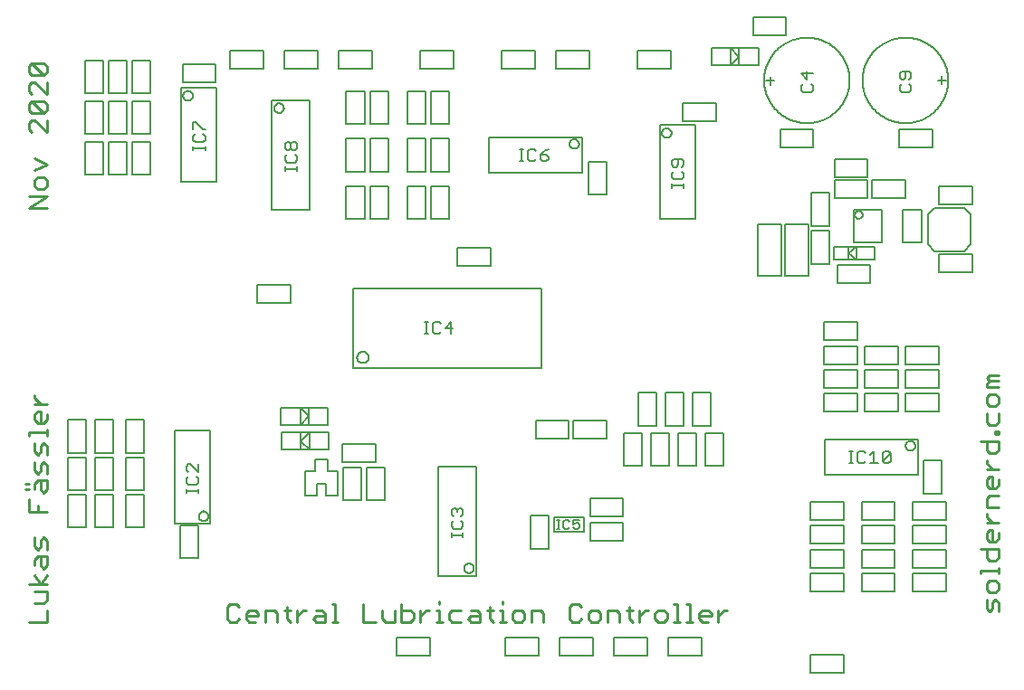
<source format=gto>
G75*
%MOIN*%
%OFA0B0*%
%FSLAX25Y25*%
%IPPOS*%
%LPD*%
%AMOC8*
5,1,8,0,0,1.08239X$1,22.5*
%
%ADD10C,0.01000*%
%ADD11C,0.00591*%
%ADD12C,0.00600*%
%ADD13C,0.00500*%
%ADD14C,0.00700*%
D10*
X0036849Y0078173D02*
X0043454Y0078173D01*
X0043454Y0082577D01*
X0042353Y0085171D02*
X0043454Y0086272D01*
X0043454Y0089575D01*
X0039050Y0089575D01*
X0036849Y0092169D02*
X0043454Y0092169D01*
X0041252Y0092169D02*
X0039050Y0095472D01*
X0039050Y0099102D02*
X0039050Y0101304D01*
X0040151Y0102405D01*
X0043454Y0102405D01*
X0043454Y0099102D01*
X0042353Y0098001D01*
X0041252Y0099102D01*
X0041252Y0102405D01*
X0040151Y0104999D02*
X0039050Y0106100D01*
X0039050Y0109403D01*
X0041252Y0108302D02*
X0042353Y0109403D01*
X0043454Y0108302D01*
X0043454Y0104999D01*
X0041252Y0106100D02*
X0040151Y0104999D01*
X0041252Y0106100D02*
X0041252Y0108302D01*
X0040151Y0118995D02*
X0040151Y0121197D01*
X0036849Y0118995D02*
X0036849Y0123398D01*
X0036849Y0127094D02*
X0035748Y0127094D01*
X0035748Y0129296D02*
X0036849Y0129296D01*
X0039050Y0129296D02*
X0040151Y0130396D01*
X0043454Y0130396D01*
X0043454Y0127094D01*
X0042353Y0125993D01*
X0041252Y0127094D01*
X0041252Y0130396D01*
X0039050Y0129296D02*
X0039050Y0127094D01*
X0040151Y0132991D02*
X0039050Y0134092D01*
X0039050Y0137394D01*
X0041252Y0136293D02*
X0041252Y0134092D01*
X0040151Y0132991D01*
X0043454Y0132991D02*
X0043454Y0136293D01*
X0042353Y0137394D01*
X0041252Y0136293D01*
X0040151Y0139989D02*
X0039050Y0141090D01*
X0039050Y0144392D01*
X0041252Y0143291D02*
X0041252Y0141090D01*
X0040151Y0139989D01*
X0043454Y0139989D02*
X0043454Y0143291D01*
X0042353Y0144392D01*
X0041252Y0143291D01*
X0043454Y0146987D02*
X0043454Y0149188D01*
X0043454Y0148088D02*
X0036849Y0148088D01*
X0036849Y0146987D01*
X0040151Y0151652D02*
X0039050Y0152753D01*
X0039050Y0154955D01*
X0040151Y0156056D01*
X0041252Y0156056D01*
X0041252Y0151652D01*
X0042353Y0151652D02*
X0040151Y0151652D01*
X0042353Y0151652D02*
X0043454Y0152753D01*
X0043454Y0154955D01*
X0043454Y0158650D02*
X0039050Y0158650D01*
X0039050Y0160852D02*
X0039050Y0161953D01*
X0039050Y0160852D02*
X0041252Y0158650D01*
X0043454Y0118995D02*
X0036849Y0118995D01*
X0043454Y0095472D02*
X0041252Y0092169D01*
X0042353Y0085171D02*
X0039050Y0085171D01*
X0109947Y0083815D02*
X0109947Y0079411D01*
X0111048Y0078310D01*
X0113250Y0078310D01*
X0114351Y0079411D01*
X0116945Y0079411D02*
X0116945Y0081613D01*
X0118046Y0082714D01*
X0120248Y0082714D01*
X0121349Y0081613D01*
X0121349Y0080512D01*
X0116945Y0080512D01*
X0116945Y0079411D02*
X0118046Y0078310D01*
X0120248Y0078310D01*
X0123943Y0078310D02*
X0123943Y0082714D01*
X0127246Y0082714D01*
X0128347Y0081613D01*
X0128347Y0078310D01*
X0132042Y0079411D02*
X0132042Y0083815D01*
X0130941Y0082714D02*
X0133143Y0082714D01*
X0135606Y0082714D02*
X0135606Y0078310D01*
X0135606Y0080512D02*
X0137808Y0082714D01*
X0138909Y0082714D01*
X0142539Y0082714D02*
X0144741Y0082714D01*
X0145842Y0081613D01*
X0145842Y0078310D01*
X0142539Y0078310D01*
X0141438Y0079411D01*
X0142539Y0080512D01*
X0145842Y0080512D01*
X0148436Y0078310D02*
X0150638Y0078310D01*
X0149537Y0078310D02*
X0149537Y0084916D01*
X0148436Y0084916D01*
X0160099Y0084916D02*
X0160099Y0078310D01*
X0164503Y0078310D01*
X0167097Y0079411D02*
X0168198Y0078310D01*
X0171501Y0078310D01*
X0171501Y0082714D01*
X0174095Y0082714D02*
X0177398Y0082714D01*
X0178499Y0081613D01*
X0178499Y0079411D01*
X0177398Y0078310D01*
X0174095Y0078310D01*
X0174095Y0084916D01*
X0181093Y0082714D02*
X0181093Y0078310D01*
X0181093Y0080512D02*
X0183295Y0082714D01*
X0184396Y0082714D01*
X0186925Y0082714D02*
X0188026Y0082714D01*
X0188026Y0078310D01*
X0189126Y0078310D02*
X0186925Y0078310D01*
X0191590Y0079411D02*
X0191590Y0081613D01*
X0192691Y0082714D01*
X0195994Y0082714D01*
X0199689Y0082714D02*
X0201891Y0082714D01*
X0202992Y0081613D01*
X0202992Y0078310D01*
X0199689Y0078310D01*
X0198588Y0079411D01*
X0199689Y0080512D01*
X0202992Y0080512D01*
X0205586Y0082714D02*
X0207788Y0082714D01*
X0206687Y0083815D02*
X0206687Y0079411D01*
X0207788Y0078310D01*
X0210251Y0078310D02*
X0212453Y0078310D01*
X0211352Y0078310D02*
X0211352Y0082714D01*
X0210251Y0082714D01*
X0211352Y0084916D02*
X0211352Y0086017D01*
X0214916Y0081613D02*
X0214916Y0079411D01*
X0216017Y0078310D01*
X0218219Y0078310D01*
X0219320Y0079411D01*
X0219320Y0081613D01*
X0218219Y0082714D01*
X0216017Y0082714D01*
X0214916Y0081613D01*
X0221914Y0082714D02*
X0221914Y0078310D01*
X0221914Y0082714D02*
X0225217Y0082714D01*
X0226318Y0081613D01*
X0226318Y0078310D01*
X0235910Y0079411D02*
X0237011Y0078310D01*
X0239213Y0078310D01*
X0240314Y0079411D01*
X0242908Y0079411D02*
X0242908Y0081613D01*
X0244009Y0082714D01*
X0246211Y0082714D01*
X0247312Y0081613D01*
X0247312Y0079411D01*
X0246211Y0078310D01*
X0244009Y0078310D01*
X0242908Y0079411D01*
X0240314Y0083815D02*
X0239213Y0084916D01*
X0237011Y0084916D01*
X0235910Y0083815D01*
X0235910Y0079411D01*
X0249906Y0078310D02*
X0249906Y0082714D01*
X0253209Y0082714D01*
X0254310Y0081613D01*
X0254310Y0078310D01*
X0258005Y0079411D02*
X0258005Y0083815D01*
X0256904Y0082714D02*
X0259106Y0082714D01*
X0261570Y0082714D02*
X0261570Y0078310D01*
X0261570Y0080512D02*
X0263771Y0082714D01*
X0264872Y0082714D01*
X0267401Y0081613D02*
X0267401Y0079411D01*
X0268502Y0078310D01*
X0270704Y0078310D01*
X0271805Y0079411D01*
X0271805Y0081613D01*
X0270704Y0082714D01*
X0268502Y0082714D01*
X0267401Y0081613D01*
X0259106Y0078310D02*
X0258005Y0079411D01*
X0274399Y0078310D02*
X0276601Y0078310D01*
X0275500Y0078310D02*
X0275500Y0084916D01*
X0274399Y0084916D01*
X0279065Y0084916D02*
X0280165Y0084916D01*
X0280165Y0078310D01*
X0279065Y0078310D02*
X0281266Y0078310D01*
X0283730Y0079411D02*
X0283730Y0081613D01*
X0284831Y0082714D01*
X0287033Y0082714D01*
X0288134Y0081613D01*
X0288134Y0080512D01*
X0283730Y0080512D01*
X0283730Y0079411D02*
X0284831Y0078310D01*
X0287033Y0078310D01*
X0290728Y0078310D02*
X0290728Y0082714D01*
X0292930Y0082714D02*
X0294031Y0082714D01*
X0292930Y0082714D02*
X0290728Y0080512D01*
X0195994Y0078310D02*
X0192691Y0078310D01*
X0191590Y0079411D01*
X0188026Y0084916D02*
X0188026Y0086017D01*
X0167097Y0082714D02*
X0167097Y0079411D01*
X0133143Y0078310D02*
X0132042Y0079411D01*
X0114351Y0083815D02*
X0113250Y0084916D01*
X0111048Y0084916D01*
X0109947Y0083815D01*
X0043454Y0230851D02*
X0036849Y0230851D01*
X0043454Y0235255D01*
X0036849Y0235255D01*
X0040151Y0237849D02*
X0042353Y0237849D01*
X0043454Y0238950D01*
X0043454Y0241152D01*
X0042353Y0242253D01*
X0040151Y0242253D01*
X0039050Y0241152D01*
X0039050Y0238950D01*
X0040151Y0237849D01*
X0039050Y0244847D02*
X0043454Y0247049D01*
X0039050Y0249250D01*
X0037950Y0258843D02*
X0036849Y0259944D01*
X0036849Y0262145D01*
X0037950Y0263246D01*
X0039050Y0263246D01*
X0043454Y0258843D01*
X0043454Y0263246D01*
X0042353Y0265841D02*
X0037950Y0270244D01*
X0042353Y0270244D01*
X0043454Y0269143D01*
X0043454Y0266942D01*
X0042353Y0265841D01*
X0037950Y0265841D01*
X0036849Y0266942D01*
X0036849Y0269143D01*
X0037950Y0270244D01*
X0037950Y0272839D02*
X0036849Y0273940D01*
X0036849Y0276141D01*
X0037950Y0277242D01*
X0039050Y0277242D01*
X0043454Y0272839D01*
X0043454Y0277242D01*
X0042353Y0279837D02*
X0037950Y0284240D01*
X0042353Y0284240D01*
X0043454Y0283139D01*
X0043454Y0280938D01*
X0042353Y0279837D01*
X0037950Y0279837D01*
X0036849Y0280938D01*
X0036849Y0283139D01*
X0037950Y0284240D01*
X0387242Y0144830D02*
X0393848Y0144830D01*
X0393848Y0141528D01*
X0392747Y0140427D01*
X0390545Y0140427D01*
X0389444Y0141528D01*
X0389444Y0144830D01*
X0392747Y0147425D02*
X0392747Y0148526D01*
X0393848Y0148526D01*
X0393848Y0147425D01*
X0392747Y0147425D01*
X0392747Y0150924D02*
X0393848Y0152025D01*
X0393848Y0155327D01*
X0392747Y0157922D02*
X0393848Y0159023D01*
X0393848Y0161224D01*
X0392747Y0162325D01*
X0390545Y0162325D01*
X0389444Y0161224D01*
X0389444Y0159023D01*
X0390545Y0157922D01*
X0392747Y0157922D01*
X0389444Y0155327D02*
X0389444Y0152025D01*
X0390545Y0150924D01*
X0392747Y0150924D01*
X0389444Y0137898D02*
X0389444Y0136797D01*
X0391646Y0134595D01*
X0393848Y0134595D02*
X0389444Y0134595D01*
X0390545Y0132001D02*
X0391646Y0132001D01*
X0391646Y0127597D01*
X0390545Y0127597D02*
X0389444Y0128698D01*
X0389444Y0130900D01*
X0390545Y0132001D01*
X0393848Y0130900D02*
X0393848Y0128698D01*
X0392747Y0127597D01*
X0390545Y0127597D01*
X0390545Y0125003D02*
X0393848Y0125003D01*
X0390545Y0125003D02*
X0389444Y0123902D01*
X0389444Y0120599D01*
X0393848Y0120599D01*
X0389444Y0118070D02*
X0389444Y0116969D01*
X0391646Y0114767D01*
X0393848Y0114767D02*
X0389444Y0114767D01*
X0390545Y0112173D02*
X0391646Y0112173D01*
X0391646Y0107769D01*
X0390545Y0107769D02*
X0389444Y0108870D01*
X0389444Y0111072D01*
X0390545Y0112173D01*
X0393848Y0111072D02*
X0393848Y0108870D01*
X0392747Y0107769D01*
X0390545Y0107769D01*
X0389444Y0105175D02*
X0389444Y0101872D01*
X0390545Y0100771D01*
X0392747Y0100771D01*
X0393848Y0101872D01*
X0393848Y0105175D01*
X0387242Y0105175D01*
X0387242Y0097207D02*
X0393848Y0097207D01*
X0393848Y0096106D02*
X0393848Y0098308D01*
X0392747Y0093512D02*
X0390545Y0093512D01*
X0389444Y0092411D01*
X0389444Y0090209D01*
X0390545Y0089108D01*
X0392747Y0089108D01*
X0393848Y0090209D01*
X0393848Y0092411D01*
X0392747Y0093512D01*
X0387242Y0096106D02*
X0387242Y0097207D01*
X0389444Y0086514D02*
X0389444Y0083211D01*
X0390545Y0082110D01*
X0391646Y0083211D01*
X0391646Y0085413D01*
X0392747Y0086514D01*
X0393848Y0085413D01*
X0393848Y0082110D01*
X0393848Y0164920D02*
X0389444Y0164920D01*
X0389444Y0166020D01*
X0390545Y0167121D01*
X0389444Y0168222D01*
X0390545Y0169323D01*
X0393848Y0169323D01*
X0393848Y0167121D02*
X0390545Y0167121D01*
D11*
X0371946Y0164583D02*
X0371946Y0171276D01*
X0359741Y0171276D01*
X0359741Y0164583D01*
X0371946Y0164583D01*
X0371946Y0162526D02*
X0371946Y0155833D01*
X0359741Y0155833D01*
X0359741Y0162526D01*
X0371946Y0162526D01*
X0371946Y0173333D02*
X0359741Y0173333D01*
X0359741Y0180026D01*
X0371946Y0180026D01*
X0371946Y0173333D01*
X0356946Y0173333D02*
X0356946Y0180026D01*
X0344741Y0180026D01*
X0344741Y0173333D01*
X0356946Y0173333D01*
X0356946Y0171276D02*
X0356946Y0164583D01*
X0344741Y0164583D01*
X0344741Y0171276D01*
X0356946Y0171276D01*
X0356946Y0162526D02*
X0344741Y0162526D01*
X0344741Y0155833D01*
X0356946Y0155833D01*
X0356946Y0162526D01*
X0341946Y0162526D02*
X0341946Y0155833D01*
X0329741Y0155833D01*
X0329741Y0162526D01*
X0341946Y0162526D01*
X0341946Y0164583D02*
X0341946Y0171276D01*
X0329741Y0171276D01*
X0329741Y0164583D01*
X0341946Y0164583D01*
X0341946Y0173333D02*
X0329741Y0173333D01*
X0329741Y0180026D01*
X0341946Y0180026D01*
X0341946Y0173333D01*
X0341946Y0182083D02*
X0341946Y0188776D01*
X0329741Y0188776D01*
X0329741Y0182083D01*
X0341946Y0182083D01*
X0346690Y0203362D02*
X0334485Y0203362D01*
X0334485Y0210055D01*
X0346690Y0210055D01*
X0346690Y0203362D01*
X0348323Y0211817D02*
X0341631Y0211817D01*
X0338481Y0214179D01*
X0341631Y0216541D01*
X0341631Y0211817D01*
X0338481Y0211817D01*
X0338481Y0216541D01*
X0341631Y0216541D01*
X0348323Y0216541D01*
X0348323Y0211817D01*
X0350961Y0218274D02*
X0350961Y0230085D01*
X0340725Y0230085D01*
X0340725Y0218274D01*
X0350961Y0218274D01*
X0358747Y0218077D02*
X0365440Y0218077D01*
X0365440Y0230281D01*
X0358747Y0230281D01*
X0358747Y0218077D01*
X0371985Y0213805D02*
X0371985Y0207112D01*
X0384190Y0207112D01*
X0384190Y0213805D01*
X0371985Y0213805D01*
X0371985Y0232112D02*
X0371985Y0238805D01*
X0384190Y0238805D01*
X0384190Y0232112D01*
X0371985Y0232112D01*
X0359446Y0234583D02*
X0359446Y0241276D01*
X0347241Y0241276D01*
X0347241Y0234583D01*
X0359446Y0234583D01*
X0345696Y0234583D02*
X0345696Y0241276D01*
X0333491Y0241276D01*
X0333491Y0234583D01*
X0345696Y0234583D01*
X0341004Y0228423D02*
X0341006Y0228498D01*
X0341012Y0228572D01*
X0341022Y0228646D01*
X0341035Y0228719D01*
X0341053Y0228792D01*
X0341074Y0228863D01*
X0341099Y0228934D01*
X0341128Y0229003D01*
X0341161Y0229070D01*
X0341197Y0229135D01*
X0341236Y0229199D01*
X0341278Y0229260D01*
X0341324Y0229319D01*
X0341373Y0229376D01*
X0341425Y0229429D01*
X0341479Y0229480D01*
X0341536Y0229529D01*
X0341596Y0229573D01*
X0341658Y0229615D01*
X0341722Y0229654D01*
X0341788Y0229689D01*
X0341855Y0229720D01*
X0341925Y0229748D01*
X0341995Y0229772D01*
X0342067Y0229793D01*
X0342140Y0229809D01*
X0342213Y0229822D01*
X0342288Y0229831D01*
X0342362Y0229836D01*
X0342437Y0229837D01*
X0342511Y0229834D01*
X0342586Y0229827D01*
X0342659Y0229816D01*
X0342733Y0229802D01*
X0342805Y0229783D01*
X0342876Y0229761D01*
X0342946Y0229735D01*
X0343015Y0229705D01*
X0343081Y0229672D01*
X0343146Y0229635D01*
X0343209Y0229595D01*
X0343270Y0229551D01*
X0343328Y0229505D01*
X0343384Y0229455D01*
X0343437Y0229403D01*
X0343488Y0229348D01*
X0343535Y0229290D01*
X0343579Y0229230D01*
X0343620Y0229167D01*
X0343658Y0229103D01*
X0343692Y0229037D01*
X0343723Y0228968D01*
X0343750Y0228899D01*
X0343773Y0228828D01*
X0343792Y0228756D01*
X0343808Y0228683D01*
X0343820Y0228609D01*
X0343828Y0228535D01*
X0343832Y0228460D01*
X0343832Y0228386D01*
X0343828Y0228311D01*
X0343820Y0228237D01*
X0343808Y0228163D01*
X0343792Y0228090D01*
X0343773Y0228018D01*
X0343750Y0227947D01*
X0343723Y0227878D01*
X0343692Y0227809D01*
X0343658Y0227743D01*
X0343620Y0227679D01*
X0343579Y0227616D01*
X0343535Y0227556D01*
X0343488Y0227498D01*
X0343437Y0227443D01*
X0343384Y0227391D01*
X0343328Y0227341D01*
X0343270Y0227295D01*
X0343209Y0227251D01*
X0343146Y0227211D01*
X0343081Y0227174D01*
X0343015Y0227141D01*
X0342946Y0227111D01*
X0342876Y0227085D01*
X0342805Y0227063D01*
X0342733Y0227044D01*
X0342659Y0227030D01*
X0342586Y0227019D01*
X0342511Y0227012D01*
X0342437Y0227009D01*
X0342362Y0227010D01*
X0342288Y0227015D01*
X0342213Y0227024D01*
X0342140Y0227037D01*
X0342067Y0227053D01*
X0341995Y0227074D01*
X0341925Y0227098D01*
X0341855Y0227126D01*
X0341788Y0227157D01*
X0341722Y0227192D01*
X0341658Y0227231D01*
X0341596Y0227273D01*
X0341536Y0227317D01*
X0341479Y0227366D01*
X0341425Y0227417D01*
X0341373Y0227470D01*
X0341324Y0227527D01*
X0341278Y0227586D01*
X0341236Y0227647D01*
X0341197Y0227711D01*
X0341161Y0227776D01*
X0341128Y0227843D01*
X0341099Y0227912D01*
X0341074Y0227983D01*
X0341053Y0228054D01*
X0341035Y0228127D01*
X0341022Y0228200D01*
X0341012Y0228274D01*
X0341006Y0228348D01*
X0341004Y0228423D01*
X0331690Y0224327D02*
X0331690Y0236531D01*
X0324997Y0236531D01*
X0324997Y0224327D01*
X0331690Y0224327D01*
X0331660Y0222526D02*
X0324967Y0222526D01*
X0324967Y0210321D01*
X0331660Y0210321D01*
X0331660Y0222526D01*
X0323924Y0224878D02*
X0315262Y0224878D01*
X0315262Y0205980D01*
X0323924Y0205980D01*
X0323924Y0224878D01*
X0333363Y0216541D02*
X0333363Y0211817D01*
X0338481Y0211817D01*
X0338481Y0216541D02*
X0333363Y0216541D01*
X0313924Y0224878D02*
X0313924Y0205980D01*
X0305262Y0205980D01*
X0305262Y0224878D01*
X0313924Y0224878D01*
X0333491Y0242083D02*
X0345696Y0242083D01*
X0345696Y0248776D01*
X0333491Y0248776D01*
X0333491Y0242083D01*
X0325696Y0253333D02*
X0325696Y0260026D01*
X0313491Y0260026D01*
X0313491Y0253333D01*
X0325696Y0253333D01*
X0307595Y0277929D02*
X0307600Y0278315D01*
X0307614Y0278702D01*
X0307638Y0279087D01*
X0307671Y0279473D01*
X0307713Y0279857D01*
X0307765Y0280240D01*
X0307827Y0280621D01*
X0307898Y0281001D01*
X0307978Y0281379D01*
X0308067Y0281755D01*
X0308165Y0282129D01*
X0308273Y0282500D01*
X0308390Y0282869D01*
X0308516Y0283234D01*
X0308650Y0283597D01*
X0308794Y0283955D01*
X0308946Y0284311D01*
X0309107Y0284662D01*
X0309277Y0285009D01*
X0309455Y0285353D01*
X0309641Y0285691D01*
X0309835Y0286025D01*
X0310038Y0286354D01*
X0310249Y0286678D01*
X0310468Y0286997D01*
X0310694Y0287310D01*
X0310928Y0287618D01*
X0311170Y0287919D01*
X0311418Y0288215D01*
X0311675Y0288505D01*
X0311938Y0288788D01*
X0312207Y0289065D01*
X0312484Y0289334D01*
X0312767Y0289597D01*
X0313057Y0289854D01*
X0313353Y0290102D01*
X0313654Y0290344D01*
X0313962Y0290578D01*
X0314275Y0290804D01*
X0314594Y0291023D01*
X0314918Y0291234D01*
X0315247Y0291437D01*
X0315581Y0291631D01*
X0315919Y0291817D01*
X0316263Y0291995D01*
X0316610Y0292165D01*
X0316961Y0292326D01*
X0317317Y0292478D01*
X0317675Y0292622D01*
X0318038Y0292756D01*
X0318403Y0292882D01*
X0318772Y0292999D01*
X0319143Y0293107D01*
X0319517Y0293205D01*
X0319893Y0293294D01*
X0320271Y0293374D01*
X0320651Y0293445D01*
X0321032Y0293507D01*
X0321415Y0293559D01*
X0321799Y0293601D01*
X0322185Y0293634D01*
X0322570Y0293658D01*
X0322957Y0293672D01*
X0323343Y0293677D01*
X0323729Y0293672D01*
X0324116Y0293658D01*
X0324501Y0293634D01*
X0324887Y0293601D01*
X0325271Y0293559D01*
X0325654Y0293507D01*
X0326035Y0293445D01*
X0326415Y0293374D01*
X0326793Y0293294D01*
X0327169Y0293205D01*
X0327543Y0293107D01*
X0327914Y0292999D01*
X0328283Y0292882D01*
X0328648Y0292756D01*
X0329011Y0292622D01*
X0329369Y0292478D01*
X0329725Y0292326D01*
X0330076Y0292165D01*
X0330423Y0291995D01*
X0330767Y0291817D01*
X0331105Y0291631D01*
X0331439Y0291437D01*
X0331768Y0291234D01*
X0332092Y0291023D01*
X0332411Y0290804D01*
X0332724Y0290578D01*
X0333032Y0290344D01*
X0333333Y0290102D01*
X0333629Y0289854D01*
X0333919Y0289597D01*
X0334202Y0289334D01*
X0334479Y0289065D01*
X0334748Y0288788D01*
X0335011Y0288505D01*
X0335268Y0288215D01*
X0335516Y0287919D01*
X0335758Y0287618D01*
X0335992Y0287310D01*
X0336218Y0286997D01*
X0336437Y0286678D01*
X0336648Y0286354D01*
X0336851Y0286025D01*
X0337045Y0285691D01*
X0337231Y0285353D01*
X0337409Y0285009D01*
X0337579Y0284662D01*
X0337740Y0284311D01*
X0337892Y0283955D01*
X0338036Y0283597D01*
X0338170Y0283234D01*
X0338296Y0282869D01*
X0338413Y0282500D01*
X0338521Y0282129D01*
X0338619Y0281755D01*
X0338708Y0281379D01*
X0338788Y0281001D01*
X0338859Y0280621D01*
X0338921Y0280240D01*
X0338973Y0279857D01*
X0339015Y0279473D01*
X0339048Y0279087D01*
X0339072Y0278702D01*
X0339086Y0278315D01*
X0339091Y0277929D01*
X0339086Y0277543D01*
X0339072Y0277156D01*
X0339048Y0276771D01*
X0339015Y0276385D01*
X0338973Y0276001D01*
X0338921Y0275618D01*
X0338859Y0275237D01*
X0338788Y0274857D01*
X0338708Y0274479D01*
X0338619Y0274103D01*
X0338521Y0273729D01*
X0338413Y0273358D01*
X0338296Y0272989D01*
X0338170Y0272624D01*
X0338036Y0272261D01*
X0337892Y0271903D01*
X0337740Y0271547D01*
X0337579Y0271196D01*
X0337409Y0270849D01*
X0337231Y0270505D01*
X0337045Y0270167D01*
X0336851Y0269833D01*
X0336648Y0269504D01*
X0336437Y0269180D01*
X0336218Y0268861D01*
X0335992Y0268548D01*
X0335758Y0268240D01*
X0335516Y0267939D01*
X0335268Y0267643D01*
X0335011Y0267353D01*
X0334748Y0267070D01*
X0334479Y0266793D01*
X0334202Y0266524D01*
X0333919Y0266261D01*
X0333629Y0266004D01*
X0333333Y0265756D01*
X0333032Y0265514D01*
X0332724Y0265280D01*
X0332411Y0265054D01*
X0332092Y0264835D01*
X0331768Y0264624D01*
X0331439Y0264421D01*
X0331105Y0264227D01*
X0330767Y0264041D01*
X0330423Y0263863D01*
X0330076Y0263693D01*
X0329725Y0263532D01*
X0329369Y0263380D01*
X0329011Y0263236D01*
X0328648Y0263102D01*
X0328283Y0262976D01*
X0327914Y0262859D01*
X0327543Y0262751D01*
X0327169Y0262653D01*
X0326793Y0262564D01*
X0326415Y0262484D01*
X0326035Y0262413D01*
X0325654Y0262351D01*
X0325271Y0262299D01*
X0324887Y0262257D01*
X0324501Y0262224D01*
X0324116Y0262200D01*
X0323729Y0262186D01*
X0323343Y0262181D01*
X0322957Y0262186D01*
X0322570Y0262200D01*
X0322185Y0262224D01*
X0321799Y0262257D01*
X0321415Y0262299D01*
X0321032Y0262351D01*
X0320651Y0262413D01*
X0320271Y0262484D01*
X0319893Y0262564D01*
X0319517Y0262653D01*
X0319143Y0262751D01*
X0318772Y0262859D01*
X0318403Y0262976D01*
X0318038Y0263102D01*
X0317675Y0263236D01*
X0317317Y0263380D01*
X0316961Y0263532D01*
X0316610Y0263693D01*
X0316263Y0263863D01*
X0315919Y0264041D01*
X0315581Y0264227D01*
X0315247Y0264421D01*
X0314918Y0264624D01*
X0314594Y0264835D01*
X0314275Y0265054D01*
X0313962Y0265280D01*
X0313654Y0265514D01*
X0313353Y0265756D01*
X0313057Y0266004D01*
X0312767Y0266261D01*
X0312484Y0266524D01*
X0312207Y0266793D01*
X0311938Y0267070D01*
X0311675Y0267353D01*
X0311418Y0267643D01*
X0311170Y0267939D01*
X0310928Y0268240D01*
X0310694Y0268548D01*
X0310468Y0268861D01*
X0310249Y0269180D01*
X0310038Y0269504D01*
X0309835Y0269833D01*
X0309641Y0270167D01*
X0309455Y0270505D01*
X0309277Y0270849D01*
X0309107Y0271196D01*
X0308946Y0271547D01*
X0308794Y0271903D01*
X0308650Y0272261D01*
X0308516Y0272624D01*
X0308390Y0272989D01*
X0308273Y0273358D01*
X0308165Y0273729D01*
X0308067Y0274103D01*
X0307978Y0274479D01*
X0307898Y0274857D01*
X0307827Y0275237D01*
X0307765Y0275618D01*
X0307713Y0276001D01*
X0307671Y0276385D01*
X0307638Y0276771D01*
X0307614Y0277156D01*
X0307600Y0277543D01*
X0307595Y0277929D01*
X0308418Y0277811D02*
X0311418Y0277811D01*
X0309918Y0279311D02*
X0309918Y0276311D01*
X0305499Y0283559D02*
X0298412Y0283559D01*
X0298412Y0286709D01*
X0295262Y0283559D01*
X0295262Y0289858D01*
X0298412Y0286709D01*
X0298412Y0289858D01*
X0305499Y0289858D01*
X0305499Y0283559D01*
X0298412Y0283559D02*
X0295262Y0283559D01*
X0288176Y0283559D01*
X0288176Y0289858D01*
X0295262Y0289858D01*
X0298412Y0289858D01*
X0303491Y0294583D02*
X0303491Y0301276D01*
X0315696Y0301276D01*
X0315696Y0294583D01*
X0303491Y0294583D01*
X0289829Y0269661D02*
X0277625Y0269661D01*
X0277625Y0262969D01*
X0289829Y0262969D01*
X0289829Y0269661D01*
X0282339Y0261404D02*
X0282339Y0226955D01*
X0269347Y0226955D01*
X0269347Y0261404D01*
X0282339Y0261404D01*
X0269961Y0258554D02*
X0269963Y0258637D01*
X0269969Y0258721D01*
X0269979Y0258804D01*
X0269992Y0258886D01*
X0270010Y0258968D01*
X0270032Y0259048D01*
X0270057Y0259128D01*
X0270086Y0259206D01*
X0270118Y0259283D01*
X0270155Y0259359D01*
X0270194Y0259432D01*
X0270238Y0259503D01*
X0270284Y0259573D01*
X0270334Y0259640D01*
X0270387Y0259705D01*
X0270442Y0259767D01*
X0270501Y0259826D01*
X0270563Y0259883D01*
X0270627Y0259936D01*
X0270693Y0259987D01*
X0270762Y0260034D01*
X0270833Y0260078D01*
X0270906Y0260119D01*
X0270981Y0260156D01*
X0271057Y0260189D01*
X0271135Y0260219D01*
X0271215Y0260245D01*
X0271295Y0260268D01*
X0271376Y0260286D01*
X0271459Y0260301D01*
X0271541Y0260312D01*
X0271625Y0260319D01*
X0271708Y0260322D01*
X0271792Y0260321D01*
X0271875Y0260316D01*
X0271958Y0260307D01*
X0272041Y0260294D01*
X0272122Y0260278D01*
X0272203Y0260257D01*
X0272283Y0260233D01*
X0272362Y0260205D01*
X0272439Y0260173D01*
X0272515Y0260138D01*
X0272589Y0260099D01*
X0272661Y0260057D01*
X0272731Y0260011D01*
X0272798Y0259962D01*
X0272864Y0259910D01*
X0272926Y0259855D01*
X0272987Y0259797D01*
X0273044Y0259736D01*
X0273098Y0259673D01*
X0273149Y0259607D01*
X0273198Y0259538D01*
X0273242Y0259468D01*
X0273284Y0259395D01*
X0273322Y0259321D01*
X0273356Y0259245D01*
X0273387Y0259167D01*
X0273414Y0259088D01*
X0273438Y0259008D01*
X0273457Y0258927D01*
X0273473Y0258845D01*
X0273485Y0258762D01*
X0273493Y0258679D01*
X0273497Y0258596D01*
X0273497Y0258512D01*
X0273493Y0258429D01*
X0273485Y0258346D01*
X0273473Y0258263D01*
X0273457Y0258181D01*
X0273438Y0258100D01*
X0273414Y0258020D01*
X0273387Y0257941D01*
X0273356Y0257863D01*
X0273322Y0257787D01*
X0273284Y0257713D01*
X0273242Y0257640D01*
X0273198Y0257570D01*
X0273149Y0257501D01*
X0273098Y0257435D01*
X0273044Y0257372D01*
X0272987Y0257311D01*
X0272926Y0257253D01*
X0272864Y0257198D01*
X0272798Y0257146D01*
X0272731Y0257097D01*
X0272661Y0257051D01*
X0272589Y0257009D01*
X0272515Y0256970D01*
X0272439Y0256935D01*
X0272362Y0256903D01*
X0272283Y0256875D01*
X0272203Y0256851D01*
X0272122Y0256830D01*
X0272041Y0256814D01*
X0271958Y0256801D01*
X0271875Y0256792D01*
X0271792Y0256787D01*
X0271708Y0256786D01*
X0271625Y0256789D01*
X0271541Y0256796D01*
X0271459Y0256807D01*
X0271376Y0256822D01*
X0271295Y0256840D01*
X0271215Y0256863D01*
X0271135Y0256889D01*
X0271057Y0256919D01*
X0270981Y0256952D01*
X0270906Y0256989D01*
X0270833Y0257030D01*
X0270762Y0257074D01*
X0270693Y0257121D01*
X0270627Y0257172D01*
X0270563Y0257225D01*
X0270501Y0257282D01*
X0270442Y0257341D01*
X0270387Y0257403D01*
X0270334Y0257468D01*
X0270284Y0257535D01*
X0270238Y0257605D01*
X0270194Y0257676D01*
X0270155Y0257749D01*
X0270118Y0257825D01*
X0270086Y0257902D01*
X0270057Y0257980D01*
X0270032Y0258060D01*
X0270010Y0258140D01*
X0269992Y0258222D01*
X0269979Y0258304D01*
X0269969Y0258387D01*
X0269963Y0258471D01*
X0269961Y0258554D01*
X0249603Y0248018D02*
X0242910Y0248018D01*
X0242910Y0235813D01*
X0249603Y0235813D01*
X0249603Y0248018D01*
X0240568Y0243933D02*
X0240568Y0256925D01*
X0206119Y0256925D01*
X0206119Y0243933D01*
X0240568Y0243933D01*
X0235950Y0254543D02*
X0235952Y0254626D01*
X0235958Y0254710D01*
X0235968Y0254793D01*
X0235981Y0254875D01*
X0235999Y0254957D01*
X0236021Y0255037D01*
X0236046Y0255117D01*
X0236075Y0255195D01*
X0236107Y0255272D01*
X0236144Y0255348D01*
X0236183Y0255421D01*
X0236227Y0255492D01*
X0236273Y0255562D01*
X0236323Y0255629D01*
X0236376Y0255694D01*
X0236431Y0255756D01*
X0236490Y0255815D01*
X0236552Y0255872D01*
X0236616Y0255925D01*
X0236682Y0255976D01*
X0236751Y0256023D01*
X0236822Y0256067D01*
X0236895Y0256108D01*
X0236970Y0256145D01*
X0237046Y0256178D01*
X0237124Y0256208D01*
X0237204Y0256234D01*
X0237284Y0256257D01*
X0237365Y0256275D01*
X0237448Y0256290D01*
X0237530Y0256301D01*
X0237614Y0256308D01*
X0237697Y0256311D01*
X0237781Y0256310D01*
X0237864Y0256305D01*
X0237947Y0256296D01*
X0238030Y0256283D01*
X0238111Y0256267D01*
X0238192Y0256246D01*
X0238272Y0256222D01*
X0238351Y0256194D01*
X0238428Y0256162D01*
X0238504Y0256127D01*
X0238578Y0256088D01*
X0238650Y0256046D01*
X0238720Y0256000D01*
X0238787Y0255951D01*
X0238853Y0255899D01*
X0238915Y0255844D01*
X0238976Y0255786D01*
X0239033Y0255725D01*
X0239087Y0255662D01*
X0239138Y0255596D01*
X0239187Y0255527D01*
X0239231Y0255457D01*
X0239273Y0255384D01*
X0239311Y0255310D01*
X0239345Y0255234D01*
X0239376Y0255156D01*
X0239403Y0255077D01*
X0239427Y0254997D01*
X0239446Y0254916D01*
X0239462Y0254834D01*
X0239474Y0254751D01*
X0239482Y0254668D01*
X0239486Y0254585D01*
X0239486Y0254501D01*
X0239482Y0254418D01*
X0239474Y0254335D01*
X0239462Y0254252D01*
X0239446Y0254170D01*
X0239427Y0254089D01*
X0239403Y0254009D01*
X0239376Y0253930D01*
X0239345Y0253852D01*
X0239311Y0253776D01*
X0239273Y0253702D01*
X0239231Y0253629D01*
X0239187Y0253559D01*
X0239138Y0253490D01*
X0239087Y0253424D01*
X0239033Y0253361D01*
X0238976Y0253300D01*
X0238915Y0253242D01*
X0238853Y0253187D01*
X0238787Y0253135D01*
X0238720Y0253086D01*
X0238650Y0253040D01*
X0238578Y0252998D01*
X0238504Y0252959D01*
X0238428Y0252924D01*
X0238351Y0252892D01*
X0238272Y0252864D01*
X0238192Y0252840D01*
X0238111Y0252819D01*
X0238030Y0252803D01*
X0237947Y0252790D01*
X0237864Y0252781D01*
X0237781Y0252776D01*
X0237697Y0252775D01*
X0237614Y0252778D01*
X0237530Y0252785D01*
X0237448Y0252796D01*
X0237365Y0252811D01*
X0237284Y0252829D01*
X0237204Y0252852D01*
X0237124Y0252878D01*
X0237046Y0252908D01*
X0236970Y0252941D01*
X0236895Y0252978D01*
X0236822Y0253019D01*
X0236751Y0253063D01*
X0236682Y0253110D01*
X0236616Y0253161D01*
X0236552Y0253214D01*
X0236490Y0253271D01*
X0236431Y0253330D01*
X0236376Y0253392D01*
X0236323Y0253457D01*
X0236273Y0253524D01*
X0236227Y0253594D01*
X0236183Y0253665D01*
X0236144Y0253738D01*
X0236107Y0253814D01*
X0236075Y0253891D01*
X0236046Y0253969D01*
X0236021Y0254049D01*
X0235999Y0254129D01*
X0235981Y0254211D01*
X0235968Y0254293D01*
X0235958Y0254376D01*
X0235952Y0254460D01*
X0235950Y0254543D01*
X0230991Y0282083D02*
X0243196Y0282083D01*
X0243196Y0288776D01*
X0230991Y0288776D01*
X0230991Y0282083D01*
X0223196Y0282083D02*
X0223196Y0288776D01*
X0210991Y0288776D01*
X0210991Y0282083D01*
X0223196Y0282083D01*
X0193196Y0282083D02*
X0193196Y0288776D01*
X0180991Y0288776D01*
X0180991Y0282083D01*
X0193196Y0282083D01*
X0191690Y0274031D02*
X0184997Y0274031D01*
X0184997Y0261827D01*
X0191690Y0261827D01*
X0191690Y0274031D01*
X0182940Y0274031D02*
X0176247Y0274031D01*
X0176247Y0261827D01*
X0182940Y0261827D01*
X0182940Y0274031D01*
X0169190Y0274031D02*
X0169190Y0261827D01*
X0162497Y0261827D01*
X0162497Y0274031D01*
X0169190Y0274031D01*
X0160440Y0274031D02*
X0153747Y0274031D01*
X0153747Y0261827D01*
X0160440Y0261827D01*
X0160440Y0274031D01*
X0163196Y0282083D02*
X0150991Y0282083D01*
X0150991Y0288776D01*
X0163196Y0288776D01*
X0163196Y0282083D01*
X0143196Y0282083D02*
X0143196Y0288776D01*
X0130991Y0288776D01*
X0130991Y0282083D01*
X0143196Y0282083D01*
X0140430Y0270508D02*
X0126257Y0270508D01*
X0126257Y0230350D01*
X0140430Y0230350D01*
X0140430Y0270508D01*
X0127244Y0267752D02*
X0127246Y0267835D01*
X0127252Y0267919D01*
X0127262Y0268002D01*
X0127275Y0268084D01*
X0127293Y0268166D01*
X0127315Y0268246D01*
X0127340Y0268326D01*
X0127369Y0268404D01*
X0127401Y0268481D01*
X0127438Y0268557D01*
X0127477Y0268630D01*
X0127521Y0268701D01*
X0127567Y0268771D01*
X0127617Y0268838D01*
X0127670Y0268903D01*
X0127725Y0268965D01*
X0127784Y0269024D01*
X0127846Y0269081D01*
X0127910Y0269134D01*
X0127976Y0269185D01*
X0128045Y0269232D01*
X0128116Y0269276D01*
X0128189Y0269317D01*
X0128264Y0269354D01*
X0128340Y0269387D01*
X0128418Y0269417D01*
X0128498Y0269443D01*
X0128578Y0269466D01*
X0128659Y0269484D01*
X0128742Y0269499D01*
X0128824Y0269510D01*
X0128908Y0269517D01*
X0128991Y0269520D01*
X0129075Y0269519D01*
X0129158Y0269514D01*
X0129241Y0269505D01*
X0129324Y0269492D01*
X0129405Y0269476D01*
X0129486Y0269455D01*
X0129566Y0269431D01*
X0129645Y0269403D01*
X0129722Y0269371D01*
X0129798Y0269336D01*
X0129872Y0269297D01*
X0129944Y0269255D01*
X0130014Y0269209D01*
X0130081Y0269160D01*
X0130147Y0269108D01*
X0130209Y0269053D01*
X0130270Y0268995D01*
X0130327Y0268934D01*
X0130381Y0268871D01*
X0130432Y0268805D01*
X0130481Y0268736D01*
X0130525Y0268666D01*
X0130567Y0268593D01*
X0130605Y0268519D01*
X0130639Y0268443D01*
X0130670Y0268365D01*
X0130697Y0268286D01*
X0130721Y0268206D01*
X0130740Y0268125D01*
X0130756Y0268043D01*
X0130768Y0267960D01*
X0130776Y0267877D01*
X0130780Y0267794D01*
X0130780Y0267710D01*
X0130776Y0267627D01*
X0130768Y0267544D01*
X0130756Y0267461D01*
X0130740Y0267379D01*
X0130721Y0267298D01*
X0130697Y0267218D01*
X0130670Y0267139D01*
X0130639Y0267061D01*
X0130605Y0266985D01*
X0130567Y0266911D01*
X0130525Y0266838D01*
X0130481Y0266768D01*
X0130432Y0266699D01*
X0130381Y0266633D01*
X0130327Y0266570D01*
X0130270Y0266509D01*
X0130209Y0266451D01*
X0130147Y0266396D01*
X0130081Y0266344D01*
X0130014Y0266295D01*
X0129944Y0266249D01*
X0129872Y0266207D01*
X0129798Y0266168D01*
X0129722Y0266133D01*
X0129645Y0266101D01*
X0129566Y0266073D01*
X0129486Y0266049D01*
X0129405Y0266028D01*
X0129324Y0266012D01*
X0129241Y0265999D01*
X0129158Y0265990D01*
X0129075Y0265985D01*
X0128991Y0265984D01*
X0128908Y0265987D01*
X0128824Y0265994D01*
X0128742Y0266005D01*
X0128659Y0266020D01*
X0128578Y0266038D01*
X0128498Y0266061D01*
X0128418Y0266087D01*
X0128340Y0266117D01*
X0128264Y0266150D01*
X0128189Y0266187D01*
X0128116Y0266228D01*
X0128045Y0266272D01*
X0127976Y0266319D01*
X0127910Y0266370D01*
X0127846Y0266423D01*
X0127784Y0266480D01*
X0127725Y0266539D01*
X0127670Y0266601D01*
X0127617Y0266666D01*
X0127567Y0266733D01*
X0127521Y0266803D01*
X0127477Y0266874D01*
X0127438Y0266947D01*
X0127401Y0267023D01*
X0127369Y0267100D01*
X0127340Y0267178D01*
X0127315Y0267258D01*
X0127293Y0267338D01*
X0127275Y0267420D01*
X0127262Y0267502D01*
X0127252Y0267585D01*
X0127246Y0267669D01*
X0127244Y0267752D01*
X0123196Y0282083D02*
X0110991Y0282083D01*
X0110991Y0288776D01*
X0123196Y0288776D01*
X0123196Y0282083D01*
X0105696Y0283776D02*
X0105696Y0277083D01*
X0093491Y0277083D01*
X0093491Y0283776D01*
X0105696Y0283776D01*
X0106089Y0275154D02*
X0106089Y0240705D01*
X0093097Y0240705D01*
X0093097Y0275154D01*
X0106089Y0275154D01*
X0093711Y0272304D02*
X0093713Y0272387D01*
X0093719Y0272471D01*
X0093729Y0272554D01*
X0093742Y0272636D01*
X0093760Y0272718D01*
X0093782Y0272798D01*
X0093807Y0272878D01*
X0093836Y0272956D01*
X0093868Y0273033D01*
X0093905Y0273109D01*
X0093944Y0273182D01*
X0093988Y0273253D01*
X0094034Y0273323D01*
X0094084Y0273390D01*
X0094137Y0273455D01*
X0094192Y0273517D01*
X0094251Y0273576D01*
X0094313Y0273633D01*
X0094377Y0273686D01*
X0094443Y0273737D01*
X0094512Y0273784D01*
X0094583Y0273828D01*
X0094656Y0273869D01*
X0094731Y0273906D01*
X0094807Y0273939D01*
X0094885Y0273969D01*
X0094965Y0273995D01*
X0095045Y0274018D01*
X0095126Y0274036D01*
X0095209Y0274051D01*
X0095291Y0274062D01*
X0095375Y0274069D01*
X0095458Y0274072D01*
X0095542Y0274071D01*
X0095625Y0274066D01*
X0095708Y0274057D01*
X0095791Y0274044D01*
X0095872Y0274028D01*
X0095953Y0274007D01*
X0096033Y0273983D01*
X0096112Y0273955D01*
X0096189Y0273923D01*
X0096265Y0273888D01*
X0096339Y0273849D01*
X0096411Y0273807D01*
X0096481Y0273761D01*
X0096548Y0273712D01*
X0096614Y0273660D01*
X0096676Y0273605D01*
X0096737Y0273547D01*
X0096794Y0273486D01*
X0096848Y0273423D01*
X0096899Y0273357D01*
X0096948Y0273288D01*
X0096992Y0273218D01*
X0097034Y0273145D01*
X0097072Y0273071D01*
X0097106Y0272995D01*
X0097137Y0272917D01*
X0097164Y0272838D01*
X0097188Y0272758D01*
X0097207Y0272677D01*
X0097223Y0272595D01*
X0097235Y0272512D01*
X0097243Y0272429D01*
X0097247Y0272346D01*
X0097247Y0272262D01*
X0097243Y0272179D01*
X0097235Y0272096D01*
X0097223Y0272013D01*
X0097207Y0271931D01*
X0097188Y0271850D01*
X0097164Y0271770D01*
X0097137Y0271691D01*
X0097106Y0271613D01*
X0097072Y0271537D01*
X0097034Y0271463D01*
X0096992Y0271390D01*
X0096948Y0271320D01*
X0096899Y0271251D01*
X0096848Y0271185D01*
X0096794Y0271122D01*
X0096737Y0271061D01*
X0096676Y0271003D01*
X0096614Y0270948D01*
X0096548Y0270896D01*
X0096481Y0270847D01*
X0096411Y0270801D01*
X0096339Y0270759D01*
X0096265Y0270720D01*
X0096189Y0270685D01*
X0096112Y0270653D01*
X0096033Y0270625D01*
X0095953Y0270601D01*
X0095872Y0270580D01*
X0095791Y0270564D01*
X0095708Y0270551D01*
X0095625Y0270542D01*
X0095542Y0270537D01*
X0095458Y0270536D01*
X0095375Y0270539D01*
X0095291Y0270546D01*
X0095209Y0270557D01*
X0095126Y0270572D01*
X0095045Y0270590D01*
X0094965Y0270613D01*
X0094885Y0270639D01*
X0094807Y0270669D01*
X0094731Y0270702D01*
X0094656Y0270739D01*
X0094583Y0270780D01*
X0094512Y0270824D01*
X0094443Y0270871D01*
X0094377Y0270922D01*
X0094313Y0270975D01*
X0094251Y0271032D01*
X0094192Y0271091D01*
X0094137Y0271153D01*
X0094084Y0271218D01*
X0094034Y0271285D01*
X0093988Y0271355D01*
X0093944Y0271426D01*
X0093905Y0271499D01*
X0093868Y0271575D01*
X0093836Y0271652D01*
X0093807Y0271730D01*
X0093782Y0271810D01*
X0093760Y0271890D01*
X0093742Y0271972D01*
X0093729Y0272054D01*
X0093719Y0272137D01*
X0093713Y0272221D01*
X0093711Y0272304D01*
X0081690Y0273077D02*
X0081690Y0285281D01*
X0074997Y0285281D01*
X0074997Y0273077D01*
X0081690Y0273077D01*
X0081690Y0270281D02*
X0074997Y0270281D01*
X0074997Y0258077D01*
X0081690Y0258077D01*
X0081690Y0270281D01*
X0072940Y0270281D02*
X0066247Y0270281D01*
X0066247Y0258077D01*
X0072940Y0258077D01*
X0072940Y0270281D01*
X0072940Y0273077D02*
X0066247Y0273077D01*
X0066247Y0285281D01*
X0072940Y0285281D01*
X0072940Y0273077D01*
X0064190Y0273077D02*
X0057497Y0273077D01*
X0057497Y0285281D01*
X0064190Y0285281D01*
X0064190Y0273077D01*
X0064190Y0270281D02*
X0057497Y0270281D01*
X0057497Y0258077D01*
X0064190Y0258077D01*
X0064190Y0270281D01*
X0064190Y0255281D02*
X0057497Y0255281D01*
X0057497Y0243077D01*
X0064190Y0243077D01*
X0064190Y0255281D01*
X0066247Y0255281D02*
X0072940Y0255281D01*
X0072940Y0243077D01*
X0066247Y0243077D01*
X0066247Y0255281D01*
X0074997Y0255281D02*
X0074997Y0243077D01*
X0081690Y0243077D01*
X0081690Y0255281D01*
X0074997Y0255281D01*
X0120991Y0202526D02*
X0120991Y0195833D01*
X0133196Y0195833D01*
X0133196Y0202526D01*
X0120991Y0202526D01*
X0153747Y0226827D02*
X0160440Y0226827D01*
X0160440Y0239031D01*
X0153747Y0239031D01*
X0153747Y0226827D01*
X0162497Y0226827D02*
X0169190Y0226827D01*
X0169190Y0239031D01*
X0162497Y0239031D01*
X0162497Y0226827D01*
X0176247Y0226827D02*
X0176247Y0239031D01*
X0182940Y0239031D01*
X0182940Y0226827D01*
X0176247Y0226827D01*
X0184997Y0226827D02*
X0191690Y0226827D01*
X0191690Y0239031D01*
X0184997Y0239031D01*
X0184997Y0226827D01*
X0194741Y0216276D02*
X0194741Y0209583D01*
X0206946Y0209583D01*
X0206946Y0216276D01*
X0194741Y0216276D01*
X0225643Y0201298D02*
X0156143Y0201298D01*
X0156143Y0172060D01*
X0225643Y0172060D01*
X0225643Y0201298D01*
X0261247Y0162781D02*
X0267940Y0162781D01*
X0267940Y0150577D01*
X0261247Y0150577D01*
X0261247Y0162781D01*
X0271247Y0162781D02*
X0277940Y0162781D01*
X0277940Y0150577D01*
X0271247Y0150577D01*
X0271247Y0162781D01*
X0281247Y0162781D02*
X0287940Y0162781D01*
X0287940Y0150577D01*
X0281247Y0150577D01*
X0281247Y0162781D01*
X0282556Y0147969D02*
X0275863Y0147969D01*
X0275863Y0135764D01*
X0282556Y0135764D01*
X0282556Y0147969D01*
X0285863Y0147969D02*
X0292556Y0147969D01*
X0292556Y0135764D01*
X0285863Y0135764D01*
X0285863Y0147969D01*
X0272556Y0147969D02*
X0272556Y0135764D01*
X0265863Y0135764D01*
X0265863Y0147969D01*
X0272556Y0147969D01*
X0262556Y0147969D02*
X0262556Y0135764D01*
X0255863Y0135764D01*
X0255863Y0147969D01*
X0262556Y0147969D01*
X0249446Y0145833D02*
X0249446Y0152526D01*
X0237241Y0152526D01*
X0237241Y0145833D01*
X0249446Y0145833D01*
X0235696Y0145833D02*
X0235696Y0152526D01*
X0223491Y0152526D01*
X0223491Y0145833D01*
X0235696Y0145833D01*
X0243491Y0123776D02*
X0243491Y0117083D01*
X0255696Y0117083D01*
X0255696Y0123776D01*
X0243491Y0123776D01*
X0241355Y0116935D02*
X0241355Y0111423D01*
X0230331Y0111423D01*
X0230331Y0116935D01*
X0241355Y0116935D01*
X0243491Y0115026D02*
X0243491Y0108333D01*
X0255696Y0108333D01*
X0255696Y0115026D01*
X0243491Y0115026D01*
X0228136Y0117594D02*
X0228136Y0105390D01*
X0221444Y0105390D01*
X0221444Y0117594D01*
X0228136Y0117594D01*
X0201680Y0135508D02*
X0201680Y0095350D01*
X0187507Y0095350D01*
X0187507Y0135508D01*
X0201680Y0135508D01*
X0167940Y0135281D02*
X0167940Y0123077D01*
X0161247Y0123077D01*
X0161247Y0135281D01*
X0167940Y0135281D01*
X0164446Y0137083D02*
X0164446Y0143776D01*
X0152241Y0143776D01*
X0152241Y0137083D01*
X0164446Y0137083D01*
X0159190Y0135281D02*
X0152497Y0135281D01*
X0152497Y0123077D01*
X0159190Y0123077D01*
X0159190Y0135281D01*
X0150499Y0134041D02*
X0150499Y0124986D01*
X0146168Y0124986D01*
X0146168Y0129317D01*
X0143018Y0129317D01*
X0143018Y0124986D01*
X0138688Y0124986D01*
X0138688Y0134041D01*
X0142231Y0134041D01*
X0142231Y0138372D01*
X0146955Y0138372D01*
X0146955Y0134041D01*
X0150499Y0134041D01*
X0147241Y0141866D02*
X0140154Y0141866D01*
X0140154Y0148165D01*
X0137005Y0145016D01*
X0140154Y0141866D01*
X0137005Y0141866D01*
X0137005Y0145016D01*
X0137005Y0148165D01*
X0140154Y0148165D01*
X0147241Y0148165D01*
X0147241Y0141866D01*
X0147005Y0151030D02*
X0139918Y0151030D01*
X0139918Y0154179D01*
X0136768Y0151030D01*
X0136768Y0157329D01*
X0139918Y0154179D01*
X0139918Y0157329D01*
X0147005Y0157329D01*
X0147005Y0151030D01*
X0139918Y0151030D02*
X0136768Y0151030D01*
X0129682Y0151030D01*
X0129682Y0157329D01*
X0136768Y0157329D01*
X0139918Y0157329D01*
X0137005Y0148165D02*
X0129918Y0148165D01*
X0129918Y0141866D01*
X0137005Y0141866D01*
X0103589Y0148904D02*
X0103589Y0114455D01*
X0090597Y0114455D01*
X0090597Y0148904D01*
X0103589Y0148904D01*
X0079190Y0152781D02*
X0079190Y0140577D01*
X0072497Y0140577D01*
X0072497Y0152781D01*
X0079190Y0152781D01*
X0067940Y0152781D02*
X0061247Y0152781D01*
X0061247Y0140577D01*
X0067940Y0140577D01*
X0067940Y0152781D01*
X0057940Y0152781D02*
X0051247Y0152781D01*
X0051247Y0140577D01*
X0057940Y0140577D01*
X0057940Y0152781D01*
X0057940Y0139031D02*
X0051247Y0139031D01*
X0051247Y0126827D01*
X0057940Y0126827D01*
X0057940Y0139031D01*
X0061247Y0139031D02*
X0067940Y0139031D01*
X0067940Y0126827D01*
X0061247Y0126827D01*
X0061247Y0139031D01*
X0072497Y0139031D02*
X0079190Y0139031D01*
X0079190Y0126827D01*
X0072497Y0126827D01*
X0072497Y0139031D01*
X0072497Y0125281D02*
X0072497Y0113077D01*
X0079190Y0113077D01*
X0079190Y0125281D01*
X0072497Y0125281D01*
X0067940Y0125281D02*
X0061247Y0125281D01*
X0061247Y0113077D01*
X0067940Y0113077D01*
X0067940Y0125281D01*
X0057940Y0125281D02*
X0051247Y0125281D01*
X0051247Y0113077D01*
X0057940Y0113077D01*
X0057940Y0125281D01*
X0092497Y0114031D02*
X0092497Y0101827D01*
X0099190Y0101827D01*
X0099190Y0114031D01*
X0092497Y0114031D01*
X0099439Y0117304D02*
X0099441Y0117387D01*
X0099447Y0117471D01*
X0099457Y0117554D01*
X0099470Y0117636D01*
X0099488Y0117718D01*
X0099510Y0117798D01*
X0099535Y0117878D01*
X0099564Y0117956D01*
X0099596Y0118033D01*
X0099633Y0118109D01*
X0099672Y0118182D01*
X0099716Y0118253D01*
X0099762Y0118323D01*
X0099812Y0118390D01*
X0099865Y0118455D01*
X0099920Y0118517D01*
X0099979Y0118576D01*
X0100041Y0118633D01*
X0100105Y0118686D01*
X0100171Y0118737D01*
X0100240Y0118784D01*
X0100311Y0118828D01*
X0100384Y0118869D01*
X0100459Y0118906D01*
X0100535Y0118939D01*
X0100613Y0118969D01*
X0100693Y0118995D01*
X0100773Y0119018D01*
X0100854Y0119036D01*
X0100937Y0119051D01*
X0101019Y0119062D01*
X0101103Y0119069D01*
X0101186Y0119072D01*
X0101270Y0119071D01*
X0101353Y0119066D01*
X0101436Y0119057D01*
X0101519Y0119044D01*
X0101600Y0119028D01*
X0101681Y0119007D01*
X0101761Y0118983D01*
X0101840Y0118955D01*
X0101917Y0118923D01*
X0101993Y0118888D01*
X0102067Y0118849D01*
X0102139Y0118807D01*
X0102209Y0118761D01*
X0102276Y0118712D01*
X0102342Y0118660D01*
X0102404Y0118605D01*
X0102465Y0118547D01*
X0102522Y0118486D01*
X0102576Y0118423D01*
X0102627Y0118357D01*
X0102676Y0118288D01*
X0102720Y0118218D01*
X0102762Y0118145D01*
X0102800Y0118071D01*
X0102834Y0117995D01*
X0102865Y0117917D01*
X0102892Y0117838D01*
X0102916Y0117758D01*
X0102935Y0117677D01*
X0102951Y0117595D01*
X0102963Y0117512D01*
X0102971Y0117429D01*
X0102975Y0117346D01*
X0102975Y0117262D01*
X0102971Y0117179D01*
X0102963Y0117096D01*
X0102951Y0117013D01*
X0102935Y0116931D01*
X0102916Y0116850D01*
X0102892Y0116770D01*
X0102865Y0116691D01*
X0102834Y0116613D01*
X0102800Y0116537D01*
X0102762Y0116463D01*
X0102720Y0116390D01*
X0102676Y0116320D01*
X0102627Y0116251D01*
X0102576Y0116185D01*
X0102522Y0116122D01*
X0102465Y0116061D01*
X0102404Y0116003D01*
X0102342Y0115948D01*
X0102276Y0115896D01*
X0102209Y0115847D01*
X0102139Y0115801D01*
X0102067Y0115759D01*
X0101993Y0115720D01*
X0101917Y0115685D01*
X0101840Y0115653D01*
X0101761Y0115625D01*
X0101681Y0115601D01*
X0101600Y0115580D01*
X0101519Y0115564D01*
X0101436Y0115551D01*
X0101353Y0115542D01*
X0101270Y0115537D01*
X0101186Y0115536D01*
X0101103Y0115539D01*
X0101019Y0115546D01*
X0100937Y0115557D01*
X0100854Y0115572D01*
X0100773Y0115590D01*
X0100693Y0115613D01*
X0100613Y0115639D01*
X0100535Y0115669D01*
X0100459Y0115702D01*
X0100384Y0115739D01*
X0100311Y0115780D01*
X0100240Y0115824D01*
X0100171Y0115871D01*
X0100105Y0115922D01*
X0100041Y0115975D01*
X0099979Y0116032D01*
X0099920Y0116091D01*
X0099865Y0116153D01*
X0099812Y0116218D01*
X0099762Y0116285D01*
X0099716Y0116355D01*
X0099672Y0116426D01*
X0099633Y0116499D01*
X0099596Y0116575D01*
X0099564Y0116652D01*
X0099535Y0116730D01*
X0099510Y0116810D01*
X0099488Y0116890D01*
X0099470Y0116972D01*
X0099457Y0117054D01*
X0099447Y0117137D01*
X0099441Y0117221D01*
X0099439Y0117304D01*
X0157743Y0175854D02*
X0157745Y0175946D01*
X0157751Y0176037D01*
X0157761Y0176128D01*
X0157775Y0176219D01*
X0157793Y0176309D01*
X0157815Y0176398D01*
X0157840Y0176485D01*
X0157870Y0176572D01*
X0157903Y0176658D01*
X0157940Y0176741D01*
X0157980Y0176824D01*
X0158024Y0176904D01*
X0158072Y0176982D01*
X0158123Y0177059D01*
X0158177Y0177132D01*
X0158234Y0177204D01*
X0158295Y0177273D01*
X0158358Y0177339D01*
X0158424Y0177402D01*
X0158493Y0177463D01*
X0158565Y0177520D01*
X0158638Y0177574D01*
X0158715Y0177625D01*
X0158793Y0177673D01*
X0158873Y0177717D01*
X0158956Y0177757D01*
X0159039Y0177794D01*
X0159125Y0177827D01*
X0159212Y0177857D01*
X0159299Y0177882D01*
X0159388Y0177904D01*
X0159478Y0177922D01*
X0159569Y0177936D01*
X0159660Y0177946D01*
X0159751Y0177952D01*
X0159843Y0177954D01*
X0159935Y0177952D01*
X0160026Y0177946D01*
X0160117Y0177936D01*
X0160208Y0177922D01*
X0160298Y0177904D01*
X0160387Y0177882D01*
X0160474Y0177857D01*
X0160561Y0177827D01*
X0160647Y0177794D01*
X0160730Y0177757D01*
X0160813Y0177717D01*
X0160893Y0177673D01*
X0160971Y0177625D01*
X0161048Y0177574D01*
X0161121Y0177520D01*
X0161193Y0177463D01*
X0161262Y0177402D01*
X0161328Y0177339D01*
X0161391Y0177273D01*
X0161452Y0177204D01*
X0161509Y0177132D01*
X0161563Y0177059D01*
X0161614Y0176982D01*
X0161662Y0176904D01*
X0161706Y0176824D01*
X0161746Y0176741D01*
X0161783Y0176658D01*
X0161816Y0176572D01*
X0161846Y0176485D01*
X0161871Y0176398D01*
X0161893Y0176309D01*
X0161911Y0176219D01*
X0161925Y0176128D01*
X0161935Y0176037D01*
X0161941Y0175946D01*
X0161943Y0175854D01*
X0161941Y0175762D01*
X0161935Y0175671D01*
X0161925Y0175580D01*
X0161911Y0175489D01*
X0161893Y0175399D01*
X0161871Y0175310D01*
X0161846Y0175223D01*
X0161816Y0175136D01*
X0161783Y0175050D01*
X0161746Y0174967D01*
X0161706Y0174884D01*
X0161662Y0174804D01*
X0161614Y0174726D01*
X0161563Y0174649D01*
X0161509Y0174576D01*
X0161452Y0174504D01*
X0161391Y0174435D01*
X0161328Y0174369D01*
X0161262Y0174306D01*
X0161193Y0174245D01*
X0161121Y0174188D01*
X0161048Y0174134D01*
X0160971Y0174083D01*
X0160893Y0174035D01*
X0160813Y0173991D01*
X0160730Y0173951D01*
X0160647Y0173914D01*
X0160561Y0173881D01*
X0160474Y0173851D01*
X0160387Y0173826D01*
X0160298Y0173804D01*
X0160208Y0173786D01*
X0160117Y0173772D01*
X0160026Y0173762D01*
X0159935Y0173756D01*
X0159843Y0173754D01*
X0159751Y0173756D01*
X0159660Y0173762D01*
X0159569Y0173772D01*
X0159478Y0173786D01*
X0159388Y0173804D01*
X0159299Y0173826D01*
X0159212Y0173851D01*
X0159125Y0173881D01*
X0159039Y0173914D01*
X0158956Y0173951D01*
X0158873Y0173991D01*
X0158793Y0174035D01*
X0158715Y0174083D01*
X0158638Y0174134D01*
X0158565Y0174188D01*
X0158493Y0174245D01*
X0158424Y0174306D01*
X0158358Y0174369D01*
X0158295Y0174435D01*
X0158234Y0174504D01*
X0158177Y0174576D01*
X0158123Y0174649D01*
X0158072Y0174726D01*
X0158024Y0174804D01*
X0157980Y0174884D01*
X0157940Y0174967D01*
X0157903Y0175050D01*
X0157870Y0175136D01*
X0157840Y0175223D01*
X0157815Y0175310D01*
X0157793Y0175399D01*
X0157775Y0175489D01*
X0157761Y0175580D01*
X0157751Y0175671D01*
X0157745Y0175762D01*
X0157743Y0175854D01*
X0160440Y0244327D02*
X0153747Y0244327D01*
X0153747Y0256531D01*
X0160440Y0256531D01*
X0160440Y0244327D01*
X0162497Y0244327D02*
X0169190Y0244327D01*
X0169190Y0256531D01*
X0162497Y0256531D01*
X0162497Y0244327D01*
X0176247Y0244327D02*
X0176247Y0256531D01*
X0182940Y0256531D01*
X0182940Y0244327D01*
X0176247Y0244327D01*
X0184997Y0244327D02*
X0191690Y0244327D01*
X0191690Y0256531D01*
X0184997Y0256531D01*
X0184997Y0244327D01*
X0260991Y0282083D02*
X0273196Y0282083D01*
X0273196Y0288776D01*
X0260991Y0288776D01*
X0260991Y0282083D01*
X0357241Y0260026D02*
X0357241Y0253333D01*
X0369446Y0253333D01*
X0369446Y0260026D01*
X0357241Y0260026D01*
X0343845Y0277929D02*
X0343850Y0278315D01*
X0343864Y0278702D01*
X0343888Y0279087D01*
X0343921Y0279473D01*
X0343963Y0279857D01*
X0344015Y0280240D01*
X0344077Y0280621D01*
X0344148Y0281001D01*
X0344228Y0281379D01*
X0344317Y0281755D01*
X0344415Y0282129D01*
X0344523Y0282500D01*
X0344640Y0282869D01*
X0344766Y0283234D01*
X0344900Y0283597D01*
X0345044Y0283955D01*
X0345196Y0284311D01*
X0345357Y0284662D01*
X0345527Y0285009D01*
X0345705Y0285353D01*
X0345891Y0285691D01*
X0346085Y0286025D01*
X0346288Y0286354D01*
X0346499Y0286678D01*
X0346718Y0286997D01*
X0346944Y0287310D01*
X0347178Y0287618D01*
X0347420Y0287919D01*
X0347668Y0288215D01*
X0347925Y0288505D01*
X0348188Y0288788D01*
X0348457Y0289065D01*
X0348734Y0289334D01*
X0349017Y0289597D01*
X0349307Y0289854D01*
X0349603Y0290102D01*
X0349904Y0290344D01*
X0350212Y0290578D01*
X0350525Y0290804D01*
X0350844Y0291023D01*
X0351168Y0291234D01*
X0351497Y0291437D01*
X0351831Y0291631D01*
X0352169Y0291817D01*
X0352513Y0291995D01*
X0352860Y0292165D01*
X0353211Y0292326D01*
X0353567Y0292478D01*
X0353925Y0292622D01*
X0354288Y0292756D01*
X0354653Y0292882D01*
X0355022Y0292999D01*
X0355393Y0293107D01*
X0355767Y0293205D01*
X0356143Y0293294D01*
X0356521Y0293374D01*
X0356901Y0293445D01*
X0357282Y0293507D01*
X0357665Y0293559D01*
X0358049Y0293601D01*
X0358435Y0293634D01*
X0358820Y0293658D01*
X0359207Y0293672D01*
X0359593Y0293677D01*
X0359979Y0293672D01*
X0360366Y0293658D01*
X0360751Y0293634D01*
X0361137Y0293601D01*
X0361521Y0293559D01*
X0361904Y0293507D01*
X0362285Y0293445D01*
X0362665Y0293374D01*
X0363043Y0293294D01*
X0363419Y0293205D01*
X0363793Y0293107D01*
X0364164Y0292999D01*
X0364533Y0292882D01*
X0364898Y0292756D01*
X0365261Y0292622D01*
X0365619Y0292478D01*
X0365975Y0292326D01*
X0366326Y0292165D01*
X0366673Y0291995D01*
X0367017Y0291817D01*
X0367355Y0291631D01*
X0367689Y0291437D01*
X0368018Y0291234D01*
X0368342Y0291023D01*
X0368661Y0290804D01*
X0368974Y0290578D01*
X0369282Y0290344D01*
X0369583Y0290102D01*
X0369879Y0289854D01*
X0370169Y0289597D01*
X0370452Y0289334D01*
X0370729Y0289065D01*
X0370998Y0288788D01*
X0371261Y0288505D01*
X0371518Y0288215D01*
X0371766Y0287919D01*
X0372008Y0287618D01*
X0372242Y0287310D01*
X0372468Y0286997D01*
X0372687Y0286678D01*
X0372898Y0286354D01*
X0373101Y0286025D01*
X0373295Y0285691D01*
X0373481Y0285353D01*
X0373659Y0285009D01*
X0373829Y0284662D01*
X0373990Y0284311D01*
X0374142Y0283955D01*
X0374286Y0283597D01*
X0374420Y0283234D01*
X0374546Y0282869D01*
X0374663Y0282500D01*
X0374771Y0282129D01*
X0374869Y0281755D01*
X0374958Y0281379D01*
X0375038Y0281001D01*
X0375109Y0280621D01*
X0375171Y0280240D01*
X0375223Y0279857D01*
X0375265Y0279473D01*
X0375298Y0279087D01*
X0375322Y0278702D01*
X0375336Y0278315D01*
X0375341Y0277929D01*
X0375336Y0277543D01*
X0375322Y0277156D01*
X0375298Y0276771D01*
X0375265Y0276385D01*
X0375223Y0276001D01*
X0375171Y0275618D01*
X0375109Y0275237D01*
X0375038Y0274857D01*
X0374958Y0274479D01*
X0374869Y0274103D01*
X0374771Y0273729D01*
X0374663Y0273358D01*
X0374546Y0272989D01*
X0374420Y0272624D01*
X0374286Y0272261D01*
X0374142Y0271903D01*
X0373990Y0271547D01*
X0373829Y0271196D01*
X0373659Y0270849D01*
X0373481Y0270505D01*
X0373295Y0270167D01*
X0373101Y0269833D01*
X0372898Y0269504D01*
X0372687Y0269180D01*
X0372468Y0268861D01*
X0372242Y0268548D01*
X0372008Y0268240D01*
X0371766Y0267939D01*
X0371518Y0267643D01*
X0371261Y0267353D01*
X0370998Y0267070D01*
X0370729Y0266793D01*
X0370452Y0266524D01*
X0370169Y0266261D01*
X0369879Y0266004D01*
X0369583Y0265756D01*
X0369282Y0265514D01*
X0368974Y0265280D01*
X0368661Y0265054D01*
X0368342Y0264835D01*
X0368018Y0264624D01*
X0367689Y0264421D01*
X0367355Y0264227D01*
X0367017Y0264041D01*
X0366673Y0263863D01*
X0366326Y0263693D01*
X0365975Y0263532D01*
X0365619Y0263380D01*
X0365261Y0263236D01*
X0364898Y0263102D01*
X0364533Y0262976D01*
X0364164Y0262859D01*
X0363793Y0262751D01*
X0363419Y0262653D01*
X0363043Y0262564D01*
X0362665Y0262484D01*
X0362285Y0262413D01*
X0361904Y0262351D01*
X0361521Y0262299D01*
X0361137Y0262257D01*
X0360751Y0262224D01*
X0360366Y0262200D01*
X0359979Y0262186D01*
X0359593Y0262181D01*
X0359207Y0262186D01*
X0358820Y0262200D01*
X0358435Y0262224D01*
X0358049Y0262257D01*
X0357665Y0262299D01*
X0357282Y0262351D01*
X0356901Y0262413D01*
X0356521Y0262484D01*
X0356143Y0262564D01*
X0355767Y0262653D01*
X0355393Y0262751D01*
X0355022Y0262859D01*
X0354653Y0262976D01*
X0354288Y0263102D01*
X0353925Y0263236D01*
X0353567Y0263380D01*
X0353211Y0263532D01*
X0352860Y0263693D01*
X0352513Y0263863D01*
X0352169Y0264041D01*
X0351831Y0264227D01*
X0351497Y0264421D01*
X0351168Y0264624D01*
X0350844Y0264835D01*
X0350525Y0265054D01*
X0350212Y0265280D01*
X0349904Y0265514D01*
X0349603Y0265756D01*
X0349307Y0266004D01*
X0349017Y0266261D01*
X0348734Y0266524D01*
X0348457Y0266793D01*
X0348188Y0267070D01*
X0347925Y0267353D01*
X0347668Y0267643D01*
X0347420Y0267939D01*
X0347178Y0268240D01*
X0346944Y0268548D01*
X0346718Y0268861D01*
X0346499Y0269180D01*
X0346288Y0269504D01*
X0346085Y0269833D01*
X0345891Y0270167D01*
X0345705Y0270505D01*
X0345527Y0270849D01*
X0345357Y0271196D01*
X0345196Y0271547D01*
X0345044Y0271903D01*
X0344900Y0272261D01*
X0344766Y0272624D01*
X0344640Y0272989D01*
X0344523Y0273358D01*
X0344415Y0273729D01*
X0344317Y0274103D01*
X0344228Y0274479D01*
X0344148Y0274857D01*
X0344077Y0275237D01*
X0344015Y0275618D01*
X0343963Y0276001D01*
X0343921Y0276385D01*
X0343888Y0276771D01*
X0343864Y0277156D01*
X0343850Y0277543D01*
X0343845Y0277929D01*
X0371518Y0278047D02*
X0374518Y0278047D01*
X0373018Y0276547D02*
X0373018Y0279547D01*
X0364318Y0145675D02*
X0329869Y0145675D01*
X0329869Y0132683D01*
X0364318Y0132683D01*
X0364318Y0145675D01*
X0359700Y0143293D02*
X0359702Y0143376D01*
X0359708Y0143460D01*
X0359718Y0143543D01*
X0359731Y0143625D01*
X0359749Y0143707D01*
X0359771Y0143787D01*
X0359796Y0143867D01*
X0359825Y0143945D01*
X0359857Y0144022D01*
X0359894Y0144098D01*
X0359933Y0144171D01*
X0359977Y0144242D01*
X0360023Y0144312D01*
X0360073Y0144379D01*
X0360126Y0144444D01*
X0360181Y0144506D01*
X0360240Y0144565D01*
X0360302Y0144622D01*
X0360366Y0144675D01*
X0360432Y0144726D01*
X0360501Y0144773D01*
X0360572Y0144817D01*
X0360645Y0144858D01*
X0360720Y0144895D01*
X0360796Y0144928D01*
X0360874Y0144958D01*
X0360954Y0144984D01*
X0361034Y0145007D01*
X0361115Y0145025D01*
X0361198Y0145040D01*
X0361280Y0145051D01*
X0361364Y0145058D01*
X0361447Y0145061D01*
X0361531Y0145060D01*
X0361614Y0145055D01*
X0361697Y0145046D01*
X0361780Y0145033D01*
X0361861Y0145017D01*
X0361942Y0144996D01*
X0362022Y0144972D01*
X0362101Y0144944D01*
X0362178Y0144912D01*
X0362254Y0144877D01*
X0362328Y0144838D01*
X0362400Y0144796D01*
X0362470Y0144750D01*
X0362537Y0144701D01*
X0362603Y0144649D01*
X0362665Y0144594D01*
X0362726Y0144536D01*
X0362783Y0144475D01*
X0362837Y0144412D01*
X0362888Y0144346D01*
X0362937Y0144277D01*
X0362981Y0144207D01*
X0363023Y0144134D01*
X0363061Y0144060D01*
X0363095Y0143984D01*
X0363126Y0143906D01*
X0363153Y0143827D01*
X0363177Y0143747D01*
X0363196Y0143666D01*
X0363212Y0143584D01*
X0363224Y0143501D01*
X0363232Y0143418D01*
X0363236Y0143335D01*
X0363236Y0143251D01*
X0363232Y0143168D01*
X0363224Y0143085D01*
X0363212Y0143002D01*
X0363196Y0142920D01*
X0363177Y0142839D01*
X0363153Y0142759D01*
X0363126Y0142680D01*
X0363095Y0142602D01*
X0363061Y0142526D01*
X0363023Y0142452D01*
X0362981Y0142379D01*
X0362937Y0142309D01*
X0362888Y0142240D01*
X0362837Y0142174D01*
X0362783Y0142111D01*
X0362726Y0142050D01*
X0362665Y0141992D01*
X0362603Y0141937D01*
X0362537Y0141885D01*
X0362470Y0141836D01*
X0362400Y0141790D01*
X0362328Y0141748D01*
X0362254Y0141709D01*
X0362178Y0141674D01*
X0362101Y0141642D01*
X0362022Y0141614D01*
X0361942Y0141590D01*
X0361861Y0141569D01*
X0361780Y0141553D01*
X0361697Y0141540D01*
X0361614Y0141531D01*
X0361531Y0141526D01*
X0361447Y0141525D01*
X0361364Y0141528D01*
X0361280Y0141535D01*
X0361198Y0141546D01*
X0361115Y0141561D01*
X0361034Y0141579D01*
X0360954Y0141602D01*
X0360874Y0141628D01*
X0360796Y0141658D01*
X0360720Y0141691D01*
X0360645Y0141728D01*
X0360572Y0141769D01*
X0360501Y0141813D01*
X0360432Y0141860D01*
X0360366Y0141911D01*
X0360302Y0141964D01*
X0360240Y0142021D01*
X0360181Y0142080D01*
X0360126Y0142142D01*
X0360073Y0142207D01*
X0360023Y0142274D01*
X0359977Y0142344D01*
X0359933Y0142415D01*
X0359894Y0142488D01*
X0359857Y0142564D01*
X0359825Y0142641D01*
X0359796Y0142719D01*
X0359771Y0142799D01*
X0359749Y0142879D01*
X0359731Y0142961D01*
X0359718Y0143043D01*
X0359708Y0143126D01*
X0359702Y0143210D01*
X0359700Y0143293D01*
X0366247Y0137781D02*
X0366247Y0125577D01*
X0372940Y0125577D01*
X0372940Y0137781D01*
X0366247Y0137781D01*
X0362241Y0122526D02*
X0362241Y0115833D01*
X0374446Y0115833D01*
X0374446Y0122526D01*
X0362241Y0122526D01*
X0355696Y0122526D02*
X0355696Y0115833D01*
X0343491Y0115833D01*
X0343491Y0122526D01*
X0355696Y0122526D01*
X0355696Y0113776D02*
X0343491Y0113776D01*
X0343491Y0107083D01*
X0355696Y0107083D01*
X0355696Y0113776D01*
X0362241Y0113776D02*
X0362241Y0107083D01*
X0374446Y0107083D01*
X0374446Y0113776D01*
X0362241Y0113776D01*
X0362241Y0105026D02*
X0362241Y0098333D01*
X0374446Y0098333D01*
X0374446Y0105026D01*
X0362241Y0105026D01*
X0355696Y0105026D02*
X0343491Y0105026D01*
X0343491Y0098333D01*
X0355696Y0098333D01*
X0355696Y0105026D01*
X0355696Y0096276D02*
X0355696Y0089583D01*
X0343491Y0089583D01*
X0343491Y0096276D01*
X0355696Y0096276D01*
X0362241Y0096276D02*
X0362241Y0089583D01*
X0374446Y0089583D01*
X0374446Y0096276D01*
X0362241Y0096276D01*
X0336946Y0096276D02*
X0336946Y0089583D01*
X0324741Y0089583D01*
X0324741Y0096276D01*
X0336946Y0096276D01*
X0336946Y0098333D02*
X0336946Y0105026D01*
X0324741Y0105026D01*
X0324741Y0098333D01*
X0336946Y0098333D01*
X0336946Y0107083D02*
X0324741Y0107083D01*
X0324741Y0113776D01*
X0336946Y0113776D01*
X0336946Y0107083D01*
X0336946Y0115833D02*
X0336946Y0122526D01*
X0324741Y0122526D01*
X0324741Y0115833D01*
X0336946Y0115833D01*
X0284446Y0072526D02*
X0272241Y0072526D01*
X0272241Y0065833D01*
X0284446Y0065833D01*
X0284446Y0072526D01*
X0264446Y0072526D02*
X0264446Y0065833D01*
X0252241Y0065833D01*
X0252241Y0072526D01*
X0264446Y0072526D01*
X0244446Y0072526D02*
X0244446Y0065833D01*
X0232241Y0065833D01*
X0232241Y0072526D01*
X0244446Y0072526D01*
X0224446Y0072526D02*
X0224446Y0065833D01*
X0212241Y0065833D01*
X0212241Y0072526D01*
X0224446Y0072526D01*
X0197156Y0098106D02*
X0197158Y0098189D01*
X0197164Y0098273D01*
X0197174Y0098356D01*
X0197187Y0098438D01*
X0197205Y0098520D01*
X0197227Y0098600D01*
X0197252Y0098680D01*
X0197281Y0098758D01*
X0197313Y0098835D01*
X0197350Y0098911D01*
X0197389Y0098984D01*
X0197433Y0099055D01*
X0197479Y0099125D01*
X0197529Y0099192D01*
X0197582Y0099257D01*
X0197637Y0099319D01*
X0197696Y0099378D01*
X0197758Y0099435D01*
X0197822Y0099488D01*
X0197888Y0099539D01*
X0197957Y0099586D01*
X0198028Y0099630D01*
X0198101Y0099671D01*
X0198176Y0099708D01*
X0198252Y0099741D01*
X0198330Y0099771D01*
X0198410Y0099797D01*
X0198490Y0099820D01*
X0198571Y0099838D01*
X0198654Y0099853D01*
X0198736Y0099864D01*
X0198820Y0099871D01*
X0198903Y0099874D01*
X0198987Y0099873D01*
X0199070Y0099868D01*
X0199153Y0099859D01*
X0199236Y0099846D01*
X0199317Y0099830D01*
X0199398Y0099809D01*
X0199478Y0099785D01*
X0199557Y0099757D01*
X0199634Y0099725D01*
X0199710Y0099690D01*
X0199784Y0099651D01*
X0199856Y0099609D01*
X0199926Y0099563D01*
X0199993Y0099514D01*
X0200059Y0099462D01*
X0200121Y0099407D01*
X0200182Y0099349D01*
X0200239Y0099288D01*
X0200293Y0099225D01*
X0200344Y0099159D01*
X0200393Y0099090D01*
X0200437Y0099020D01*
X0200479Y0098947D01*
X0200517Y0098873D01*
X0200551Y0098797D01*
X0200582Y0098719D01*
X0200609Y0098640D01*
X0200633Y0098560D01*
X0200652Y0098479D01*
X0200668Y0098397D01*
X0200680Y0098314D01*
X0200688Y0098231D01*
X0200692Y0098148D01*
X0200692Y0098064D01*
X0200688Y0097981D01*
X0200680Y0097898D01*
X0200668Y0097815D01*
X0200652Y0097733D01*
X0200633Y0097652D01*
X0200609Y0097572D01*
X0200582Y0097493D01*
X0200551Y0097415D01*
X0200517Y0097339D01*
X0200479Y0097265D01*
X0200437Y0097192D01*
X0200393Y0097122D01*
X0200344Y0097053D01*
X0200293Y0096987D01*
X0200239Y0096924D01*
X0200182Y0096863D01*
X0200121Y0096805D01*
X0200059Y0096750D01*
X0199993Y0096698D01*
X0199926Y0096649D01*
X0199856Y0096603D01*
X0199784Y0096561D01*
X0199710Y0096522D01*
X0199634Y0096487D01*
X0199557Y0096455D01*
X0199478Y0096427D01*
X0199398Y0096403D01*
X0199317Y0096382D01*
X0199236Y0096366D01*
X0199153Y0096353D01*
X0199070Y0096344D01*
X0198987Y0096339D01*
X0198903Y0096338D01*
X0198820Y0096341D01*
X0198736Y0096348D01*
X0198654Y0096359D01*
X0198571Y0096374D01*
X0198490Y0096392D01*
X0198410Y0096415D01*
X0198330Y0096441D01*
X0198252Y0096471D01*
X0198176Y0096504D01*
X0198101Y0096541D01*
X0198028Y0096582D01*
X0197957Y0096626D01*
X0197888Y0096673D01*
X0197822Y0096724D01*
X0197758Y0096777D01*
X0197696Y0096834D01*
X0197637Y0096893D01*
X0197582Y0096955D01*
X0197529Y0097020D01*
X0197479Y0097087D01*
X0197433Y0097157D01*
X0197389Y0097228D01*
X0197350Y0097301D01*
X0197313Y0097377D01*
X0197281Y0097454D01*
X0197252Y0097532D01*
X0197227Y0097612D01*
X0197205Y0097692D01*
X0197187Y0097774D01*
X0197174Y0097856D01*
X0197164Y0097939D01*
X0197158Y0098023D01*
X0197156Y0098106D01*
X0184446Y0072526D02*
X0172241Y0072526D01*
X0172241Y0065833D01*
X0184446Y0065833D01*
X0184446Y0072526D01*
X0324741Y0066276D02*
X0324741Y0059583D01*
X0336946Y0059583D01*
X0336946Y0066276D01*
X0324741Y0066276D01*
D12*
X0338953Y0136979D02*
X0340421Y0136979D01*
X0339687Y0136979D02*
X0339687Y0141383D01*
X0338953Y0141383D02*
X0340421Y0141383D01*
X0342022Y0140649D02*
X0342022Y0137713D01*
X0342756Y0136979D01*
X0344224Y0136979D01*
X0344958Y0137713D01*
X0346626Y0136979D02*
X0349562Y0136979D01*
X0348094Y0136979D02*
X0348094Y0141383D01*
X0346626Y0139915D01*
X0344958Y0140649D02*
X0344224Y0141383D01*
X0342756Y0141383D01*
X0342022Y0140649D01*
X0351230Y0140649D02*
X0351964Y0141383D01*
X0353432Y0141383D01*
X0354166Y0140649D01*
X0351230Y0137713D01*
X0351964Y0136979D01*
X0353432Y0136979D01*
X0354166Y0137713D01*
X0354166Y0140649D01*
X0351230Y0140649D02*
X0351230Y0137713D01*
X0239578Y0115850D02*
X0237352Y0115850D01*
X0237352Y0114181D01*
X0238465Y0114737D01*
X0239021Y0114737D01*
X0239578Y0114181D01*
X0239578Y0113067D01*
X0239021Y0112511D01*
X0237908Y0112511D01*
X0237352Y0113067D01*
X0235953Y0113067D02*
X0235396Y0112511D01*
X0234283Y0112511D01*
X0233726Y0113067D01*
X0233726Y0115294D01*
X0234283Y0115850D01*
X0235396Y0115850D01*
X0235953Y0115294D01*
X0232423Y0115850D02*
X0231310Y0115850D01*
X0231866Y0115850D02*
X0231866Y0112511D01*
X0231310Y0112511D02*
X0232423Y0112511D01*
X0150193Y0133885D02*
X0147084Y0133885D01*
X0099293Y0133514D02*
X0096357Y0136450D01*
X0095623Y0136450D01*
X0094889Y0135716D01*
X0094889Y0134248D01*
X0095623Y0133514D01*
X0095623Y0131846D02*
X0094889Y0131112D01*
X0094889Y0129644D01*
X0095623Y0128910D01*
X0098559Y0128910D01*
X0099293Y0129644D01*
X0099293Y0131112D01*
X0098559Y0131846D01*
X0099293Y0133514D02*
X0099293Y0136450D01*
X0099293Y0127308D02*
X0099293Y0125841D01*
X0099293Y0126575D02*
X0094889Y0126575D01*
X0094889Y0127308D02*
X0094889Y0125841D01*
X0217505Y0248229D02*
X0218973Y0248229D01*
X0218239Y0248229D02*
X0218239Y0252633D01*
X0217505Y0252633D02*
X0218973Y0252633D01*
X0220574Y0251899D02*
X0220574Y0248963D01*
X0221308Y0248229D01*
X0222776Y0248229D01*
X0223510Y0248963D01*
X0225178Y0248963D02*
X0225178Y0250431D01*
X0227380Y0250431D01*
X0228114Y0249697D01*
X0228114Y0248963D01*
X0227380Y0248229D01*
X0225912Y0248229D01*
X0225178Y0248963D01*
X0225178Y0250431D02*
X0226646Y0251899D01*
X0228114Y0252633D01*
X0223510Y0251899D02*
X0222776Y0252633D01*
X0221308Y0252633D01*
X0220574Y0251899D01*
X0273639Y0248216D02*
X0273639Y0246748D01*
X0274373Y0246014D01*
X0275107Y0246014D01*
X0275841Y0246748D01*
X0275841Y0248950D01*
X0274373Y0248950D02*
X0273639Y0248216D01*
X0274373Y0248950D02*
X0277309Y0248950D01*
X0278043Y0248216D01*
X0278043Y0246748D01*
X0277309Y0246014D01*
X0277309Y0244346D02*
X0278043Y0243612D01*
X0278043Y0242144D01*
X0277309Y0241410D01*
X0274373Y0241410D01*
X0273639Y0242144D01*
X0273639Y0243612D01*
X0274373Y0244346D01*
X0273639Y0239808D02*
X0273639Y0238341D01*
X0273639Y0239075D02*
X0278043Y0239075D01*
X0278043Y0239808D02*
X0278043Y0238341D01*
X0101793Y0252091D02*
X0101793Y0253558D01*
X0101793Y0252825D02*
X0097389Y0252825D01*
X0097389Y0253558D02*
X0097389Y0252091D01*
X0098123Y0255160D02*
X0101059Y0255160D01*
X0101793Y0255894D01*
X0101793Y0257362D01*
X0101059Y0258096D01*
X0101059Y0259764D02*
X0101793Y0259764D01*
X0101059Y0259764D02*
X0098123Y0262700D01*
X0097389Y0262700D01*
X0097389Y0259764D01*
X0098123Y0258096D02*
X0097389Y0257362D01*
X0097389Y0255894D01*
X0098123Y0255160D01*
D13*
X0367969Y0228441D02*
X0367969Y0217417D01*
X0370331Y0215055D01*
X0381355Y0215055D01*
X0383717Y0217417D01*
X0383717Y0228441D01*
X0381355Y0230803D01*
X0370331Y0230803D01*
X0367969Y0228441D01*
D14*
X0361026Y0273675D02*
X0358157Y0273675D01*
X0357440Y0274392D01*
X0357440Y0275827D01*
X0358157Y0276544D01*
X0358157Y0278279D02*
X0358874Y0278279D01*
X0359591Y0278996D01*
X0359591Y0281148D01*
X0358157Y0281148D02*
X0361026Y0281148D01*
X0361743Y0280431D01*
X0361743Y0278996D01*
X0361026Y0278279D01*
X0361026Y0276544D02*
X0361743Y0275827D01*
X0361743Y0274392D01*
X0361026Y0273675D01*
X0358157Y0278279D02*
X0357440Y0278996D01*
X0357440Y0280431D01*
X0358157Y0281148D01*
X0325493Y0280431D02*
X0321190Y0280431D01*
X0323341Y0278279D01*
X0323341Y0281148D01*
X0321907Y0276544D02*
X0321190Y0275827D01*
X0321190Y0274392D01*
X0321907Y0273675D01*
X0324776Y0273675D01*
X0325493Y0274392D01*
X0325493Y0275827D01*
X0324776Y0276544D01*
X0192380Y0188833D02*
X0190228Y0186681D01*
X0193097Y0186681D01*
X0192380Y0184529D02*
X0192380Y0188833D01*
X0188493Y0188116D02*
X0187776Y0188833D01*
X0186341Y0188833D01*
X0185624Y0188116D01*
X0185624Y0185246D01*
X0186341Y0184529D01*
X0187776Y0184529D01*
X0188493Y0185246D01*
X0183989Y0184529D02*
X0182555Y0184529D01*
X0183272Y0184529D02*
X0183272Y0188833D01*
X0182555Y0188833D02*
X0183989Y0188833D01*
X0135493Y0244641D02*
X0135493Y0246075D01*
X0135493Y0245358D02*
X0131190Y0245358D01*
X0131190Y0244641D02*
X0131190Y0246075D01*
X0131907Y0247710D02*
X0134776Y0247710D01*
X0135493Y0248427D01*
X0135493Y0249862D01*
X0134776Y0250579D01*
X0134776Y0252314D02*
X0134059Y0252314D01*
X0133341Y0253031D01*
X0133341Y0254466D01*
X0134059Y0255183D01*
X0134776Y0255183D01*
X0135493Y0254466D01*
X0135493Y0253031D01*
X0134776Y0252314D01*
X0133341Y0253031D02*
X0132624Y0252314D01*
X0131907Y0252314D01*
X0131190Y0253031D01*
X0131190Y0254466D01*
X0131907Y0255183D01*
X0132624Y0255183D01*
X0133341Y0254466D01*
X0131907Y0250579D02*
X0131190Y0249862D01*
X0131190Y0248427D01*
X0131907Y0247710D01*
X0193157Y0120183D02*
X0193874Y0120183D01*
X0194591Y0119466D01*
X0195309Y0120183D01*
X0196026Y0120183D01*
X0196743Y0119466D01*
X0196743Y0118031D01*
X0196026Y0117314D01*
X0196026Y0115579D02*
X0196743Y0114862D01*
X0196743Y0113427D01*
X0196026Y0112710D01*
X0193157Y0112710D01*
X0192440Y0113427D01*
X0192440Y0114862D01*
X0193157Y0115579D01*
X0193157Y0117314D02*
X0192440Y0118031D01*
X0192440Y0119466D01*
X0193157Y0120183D01*
X0194591Y0119466D02*
X0194591Y0118748D01*
X0192440Y0111075D02*
X0192440Y0109641D01*
X0192440Y0110358D02*
X0196743Y0110358D01*
X0196743Y0109641D02*
X0196743Y0111075D01*
M02*

</source>
